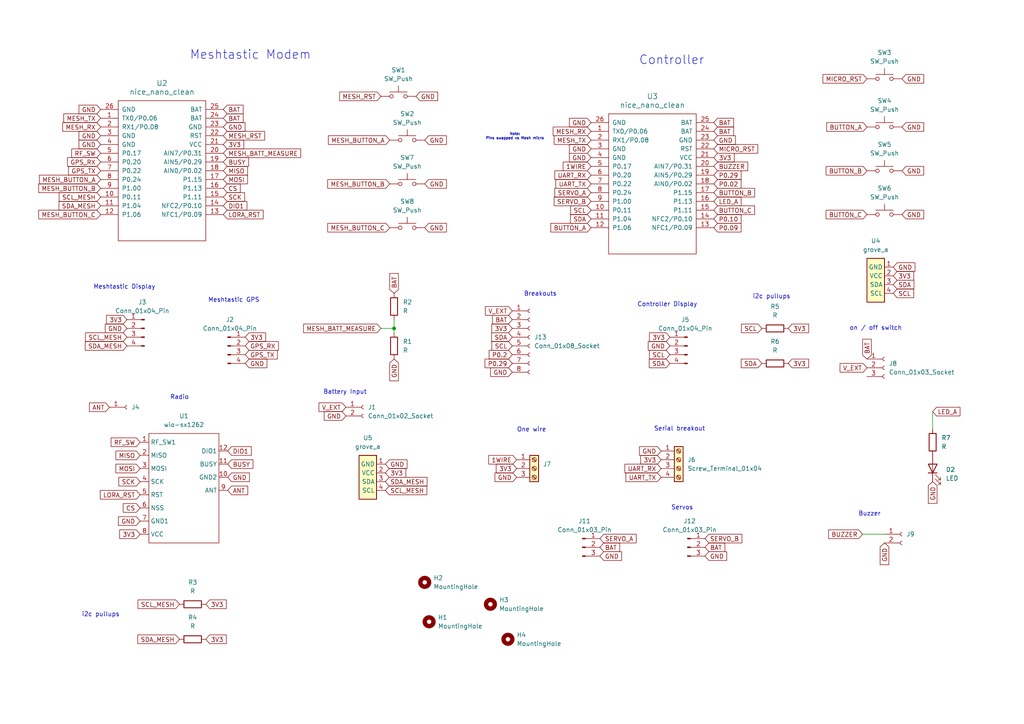
<source format=kicad_sch>
(kicad_sch (version 20231120) (generator "eeschema") (generator_version "8.0")
  (paper "A4")
  (lib_symbols
    (symbol "Connector:Conn_01x01_Socket" (pin_names (offset 1.016) hide)
      (property "Reference" "J" (at 0 2.54 0))
      (property "Value" "Conn_01x01_Socket" (at 0 -2.54 0))
      (symbol "Conn_01x01_Socket_1_1"
        (polyline (pts (xy -1.27 0) (xy -0.508 0)) (stroke (width 0.1524)))
        (arc (start 0 0.508) (mid -0.5058 0) (end 0 -0.508) (stroke (width 0.1524)))
        (pin passive line (at -5.08 0 0) (length 3.81) (name "Pin_1") (number "1"))
      )
    )
    (symbol "Connector:Conn_01x02_Socket" (pin_names (offset 1.016) hide)
      (property "Reference" "J" (at 0 2.54 0))
      (property "Value" "Conn_01x02_Socket" (at 0 -5.08 0))
      (symbol "Conn_01x02_Socket_1_1"
        (arc (start 0 -2.032) (mid -0.5058 -2.54) (end 0 -3.048) (stroke (width 0.1524)))
        (polyline (pts (xy -1.27 -2.54) (xy -0.508 -2.54)) (stroke (width 0.1524)))
        (polyline (pts (xy -1.27 0) (xy -0.508 0)) (stroke (width 0.1524)))
        (arc (start 0 0.508) (mid -0.5058 0) (end 0 -0.508) (stroke (width 0.1524)))
        (pin passive line (at -5.08 0 0) (length 3.81) (name "Pin_1") (number "1"))
        (pin passive line (at -5.08 -2.54 0) (length 3.81) (name "Pin_2") (number "2"))
      )
    )
    (symbol "Connector:Conn_01x03_Pin" (pin_names (offset 1.016) hide)
      (property "Reference" "J" (at 0 5.08 0))
      (property "Value" "Conn_01x03_Pin" (at 0 -5.08 0))
      (symbol "Conn_01x03_Pin_1_1"
        (polyline (pts (xy 1.27 -2.54) (xy 0.8636 -2.54)) (stroke (width 0.1524)))
        (polyline (pts (xy 1.27 0) (xy 0.8636 0)) (stroke (width 0.1524)))
        (polyline (pts (xy 1.27 2.54) (xy 0.8636 2.54)) (stroke (width 0.1524)))
        (rectangle (start 0.8636 -2.413) (end 0 -2.667) (stroke (width 0.1524)) (fill (type outline)))
        (rectangle (start 0.8636 0.127) (end 0 -0.127) (stroke (width 0.1524)) (fill (type outline)))
        (rectangle (start 0.8636 2.667) (end 0 2.413) (stroke (width 0.1524)) (fill (type outline)))
        (pin passive line (at 5.08 2.54 180) (length 3.81) (name "Pin_1") (number "1"))
        (pin passive line (at 5.08 0 180) (length 3.81) (name "Pin_2") (number "2"))
        (pin passive line (at 5.08 -2.54 180) (length 3.81) (name "Pin_3") (number "3"))
      )
    )
    (symbol "Connector:Conn_01x03_Socket" (pin_names (offset 1.016) hide)
      (property "Reference" "J" (at 0 5.08 0))
      (property "Value" "Conn_01x03_Socket" (at 0 -5.08 0))
      (symbol "Conn_01x03_Socket_1_1"
        (arc (start 0 -2.032) (mid -0.5058 -2.54) (end 0 -3.048) (stroke (width 0.1524)))
        (polyline (pts (xy -1.27 -2.54) (xy -0.508 -2.54)) (stroke (width 0.1524)))
        (polyline (pts (xy -1.27 0) (xy -0.508 0)) (stroke (width 0.1524)))
        (polyline (pts (xy -1.27 2.54) (xy -0.508 2.54)) (stroke (width 0.1524)))
        (arc (start 0 0.508) (mid -0.5058 0) (end 0 -0.508) (stroke (width 0.1524)))
        (arc (start 0 3.048) (mid -0.5058 2.54) (end 0 2.032) (stroke (width 0.1524)))
        (pin passive line (at -5.08 2.54 0) (length 3.81) (name "Pin_1") (number "1"))
        (pin passive line (at -5.08 0 0) (length 3.81) (name "Pin_2") (number "2"))
        (pin passive line (at -5.08 -2.54 0) (length 3.81) (name "Pin_3") (number "3"))
      )
    )
    (symbol "Connector:Conn_01x04_Pin" (pin_names (offset 1.016) hide)
      (property "Reference" "J" (at 0 5.08 0))
      (property "Value" "Conn_01x04_Pin" (at 0 -7.62 0))
      (symbol "Conn_01x04_Pin_1_1"
        (polyline (pts (xy 1.27 -5.08) (xy 0.8636 -5.08)) (stroke (width 0.1524)))
        (polyline (pts (xy 1.27 -2.54) (xy 0.8636 -2.54)) (stroke (width 0.1524)))
        (polyline (pts (xy 1.27 0) (xy 0.8636 0)) (stroke (width 0.1524)))
        (polyline (pts (xy 1.27 2.54) (xy 0.8636 2.54)) (stroke (width 0.1524)))
        (rectangle (start 0.8636 -4.953) (end 0 -5.207) (stroke (width 0.1524)) (fill (type outline)))
        (rectangle (start 0.8636 -2.413) (end 0 -2.667) (stroke (width 0.1524)) (fill (type outline)))
        (rectangle (start 0.8636 0.127) (end 0 -0.127) (stroke (width 0.1524)) (fill (type outline)))
        (rectangle (start 0.8636 2.667) (end 0 2.413) (stroke (width 0.1524)) (fill (type outline)))
        (pin passive line (at 5.08 2.54 180) (length 3.81) (name "Pin_1") (number "1"))
        (pin passive line (at 5.08 0 180) (length 3.81) (name "Pin_2") (number "2"))
        (pin passive line (at 5.08 -2.54 180) (length 3.81) (name "Pin_3") (number "3"))
        (pin passive line (at 5.08 -5.08 180) (length 3.81) (name "Pin_4") (number "4"))
      )
    )
    (symbol "Connector:Conn_01x08_Socket" (pin_names (offset 1.016) hide)
      (property "Reference" "J" (at 0 10.16 0))
      (property "Value" "Conn_01x08_Socket" (at 0 -12.7 0))
      (symbol "Conn_01x08_Socket_1_1"
        (arc (start 0 -9.652) (mid -0.5058 -10.16) (end 0 -10.668) (stroke (width 0.1524)))
        (arc (start 0 -7.112) (mid -0.5058 -7.62) (end 0 -8.128) (stroke (width 0.1524)))
        (arc (start 0 -4.572) (mid -0.5058 -5.08) (end 0 -5.588) (stroke (width 0.1524)))
        (arc (start 0 -2.032) (mid -0.5058 -2.54) (end 0 -3.048) (stroke (width 0.1524)))
        (polyline (pts (xy -1.27 -10.16) (xy -0.508 -10.16)) (stroke (width 0.1524)))
        (polyline (pts (xy -1.27 -7.62) (xy -0.508 -7.62)) (stroke (width 0.1524)))
        (polyline (pts (xy -1.27 -5.08) (xy -0.508 -5.08)) (stroke (width 0.1524)))
        (polyline (pts (xy -1.27 -2.54) (xy -0.508 -2.54)) (stroke (width 0.1524)))
        (polyline (pts (xy -1.27 0) (xy -0.508 0)) (stroke (width 0.1524)))
        (polyline (pts (xy -1.27 2.54) (xy -0.508 2.54)) (stroke (width 0.1524)))
        (polyline (pts (xy -1.27 5.08) (xy -0.508 5.08)) (stroke (width 0.1524)))
        (polyline (pts (xy -1.27 7.62) (xy -0.508 7.62)) (stroke (width 0.1524)))
        (arc (start 0 0.508) (mid -0.5058 0) (end 0 -0.508) (stroke (width 0.1524)))
        (arc (start 0 3.048) (mid -0.5058 2.54) (end 0 2.032) (stroke (width 0.1524)))
        (arc (start 0 5.588) (mid -0.5058 5.08) (end 0 4.572) (stroke (width 0.1524)))
        (arc (start 0 8.128) (mid -0.5058 7.62) (end 0 7.112) (stroke (width 0.1524)))
        (pin passive line (at -5.08 7.62 0) (length 3.81) (name "Pin_1") (number "1"))
        (pin passive line (at -5.08 5.08 0) (length 3.81) (name "Pin_2") (number "2"))
        (pin passive line (at -5.08 2.54 0) (length 3.81) (name "Pin_3") (number "3"))
        (pin passive line (at -5.08 0 0) (length 3.81) (name "Pin_4") (number "4"))
        (pin passive line (at -5.08 -2.54 0) (length 3.81) (name "Pin_5") (number "5"))
        (pin passive line (at -5.08 -5.08 0) (length 3.81) (name "Pin_6") (number "6"))
        (pin passive line (at -5.08 -7.62 0) (length 3.81) (name "Pin_7") (number "7"))
        (pin passive line (at -5.08 -10.16 0) (length 3.81) (name "Pin_8") (number "8"))
      )
    )
    (symbol "Connector:Screw_Terminal_01x03" (pin_names (offset 1.016) hide)
      (property "Reference" "J" (at 0 5.08 0))
      (property "Value" "Screw_Terminal_01x03" (at 0 -5.08 0))
      (symbol "Screw_Terminal_01x03_1_1"
        (rectangle (start -1.27 3.81) (end 1.27 -3.81) (stroke (width 0.254)) (fill (type background)))
        (circle (center 0 -2.54) (radius 0.635) (stroke (width 0.1524)))
        (polyline (pts (xy -0.5334 -2.2098) (xy 0.3302 -3.048)) (stroke (width 0.1524)))
        (polyline (pts (xy -0.5334 0.3302) (xy 0.3302 -0.508)) (stroke (width 0.1524)))
        (polyline (pts (xy -0.5334 2.8702) (xy 0.3302 2.032)) (stroke (width 0.1524)))
        (polyline (pts (xy -0.3556 -2.032) (xy 0.508 -2.8702)) (stroke (width 0.1524)))
        (polyline (pts (xy -0.3556 0.508) (xy 0.508 -0.3302)) (stroke (width 0.1524)))
        (polyline (pts (xy -0.3556 3.048) (xy 0.508 2.2098)) (stroke (width 0.1524)))
        (circle (center 0 0) (radius 0.635) (stroke (width 0.1524)))
        (circle (center 0 2.54) (radius 0.635) (stroke (width 0.1524)))
        (pin passive line (at -5.08 2.54 0) (length 3.81) (name "Pin_1") (number "1"))
        (pin passive line (at -5.08 0 0) (length 3.81) (name "Pin_2") (number "2"))
        (pin passive line (at -5.08 -2.54 0) (length 3.81) (name "Pin_3") (number "3"))
      )
    )
    (symbol "Connector:Screw_Terminal_01x04" (pin_names (offset 1.016) hide)
      (property "Reference" "J" (at 0 5.08 0))
      (property "Value" "Screw_Terminal_01x04" (at 0 -7.62 0))
      (symbol "Screw_Terminal_01x04_1_1"
        (rectangle (start -1.27 3.81) (end 1.27 -6.35) (stroke (width 0.254)) (fill (type background)))
        (circle (center 0 -5.08) (radius 0.635) (stroke (width 0.1524)))
        (circle (center 0 -2.54) (radius 0.635) (stroke (width 0.1524)))
        (polyline (pts (xy -0.5334 -4.7498) (xy 0.3302 -5.588)) (stroke (width 0.1524)))
        (polyline (pts (xy -0.5334 -2.2098) (xy 0.3302 -3.048)) (stroke (width 0.1524)))
        (polyline (pts (xy -0.5334 0.3302) (xy 0.3302 -0.508)) (stroke (width 0.1524)))
        (polyline (pts (xy -0.5334 2.8702) (xy 0.3302 2.032)) (stroke (width 0.1524)))
        (polyline (pts (xy -0.3556 -4.572) (xy 0.508 -5.4102)) (stroke (width 0.1524)))
        (polyline (pts (xy -0.3556 -2.032) (xy 0.508 -2.8702)) (stroke (width 0.1524)))
        (polyline (pts (xy -0.3556 0.508) (xy 0.508 -0.3302)) (stroke (width 0.1524)))
        (polyline (pts (xy -0.3556 3.048) (xy 0.508 2.2098)) (stroke (width 0.1524)))
        (circle (center 0 0) (radius 0.635) (stroke (width 0.1524)))
        (circle (center 0 2.54) (radius 0.635) (stroke (width 0.1524)))
        (pin passive line (at -5.08 2.54 0) (length 3.81) (name "Pin_1") (number "1"))
        (pin passive line (at -5.08 0 0) (length 3.81) (name "Pin_2") (number "2"))
        (pin passive line (at -5.08 -2.54 0) (length 3.81) (name "Pin_3") (number "3"))
        (pin passive line (at -5.08 -5.08 0) (length 3.81) (name "Pin_4") (number "4"))
      )
    )
    (symbol "Device:LED" (pin_numbers hide) (pin_names (offset 1.016) hide)
      (property "Reference" "D" (at 0 2.54 0))
      (property "Value" "LED" (at 0 -2.54 0))
      (symbol "LED_0_1"
        (polyline (pts (xy -1.27 -1.27) (xy -1.27 1.27)) (stroke (width 0.254)))
        (polyline (pts (xy -1.27 0) (xy 1.27 0)))
        (polyline (pts (xy 1.27 -1.27) (xy 1.27 1.27) (xy -1.27 0) (xy 1.27 -1.27)) (stroke (width 0.254)))
        (polyline (pts (xy -3.048 -0.762) (xy -4.572 -2.286) (xy -3.81 -2.286) (xy -4.572 -2.286) (xy -4.572 -1.524)))
        (polyline (pts (xy -1.778 -0.762) (xy -3.302 -2.286) (xy -2.54 -2.286) (xy -3.302 -2.286) (xy -3.302 -1.524)))
      )
      (symbol "LED_1_1"
        (pin passive line (at -3.81 0 0) (length 2.54) (name "K") (number "1"))
        (pin passive line (at 3.81 0 180) (length 2.54) (name "A") (number "2"))
      )
    )
    (symbol "Device:R" (pin_numbers hide) (pin_names (offset 0))
      (property "Reference" "R" (at 2.032 0 90))
      (property "Value" "R" (at 0 0 90))
      (symbol "R_0_1"
        (rectangle (start -1.016 -2.54) (end 1.016 2.54) (stroke (width 0.254)))
      )
      (symbol "R_1_1"
        (pin passive line (at 0 3.81 270) (length 1.27) (name "~") (number "1"))
        (pin passive line (at 0 -3.81 90) (length 1.27) (name "~") (number "2"))
      )
    )
    (symbol "Mechanical:MountingHole" (pin_names (offset 1.016)) (exclude_from_sim yes) (in_bom no)
      (property "Reference" "H" (at 0 5.08 0))
      (property "Value" "MountingHole" (at 0 3.175 0))
      (symbol "MountingHole_0_1"
        (circle (center 0 0) (radius 1.27) (stroke (width 1.27)))
      )
    )
    (symbol "Switch:SW_Push" (pin_numbers hide) (pin_names (offset 1.016) hide)
      (property "Reference" "SW" (at 1.27 2.54 0))
      (property "Value" "SW_Push" (at 0 -1.524 0))
      (symbol "SW_Push_0_1"
        (circle (center -2.032 0) (radius 0.508))
        (polyline (pts (xy 0 1.27) (xy 0 3.048)))
        (polyline (pts (xy 2.54 1.27) (xy -2.54 1.27)))
        (circle (center 2.032 0) (radius 0.508))
        (pin passive line (at -5.08 0 0) (length 2.54) (name "1") (number "1"))
        (pin passive line (at 5.08 0 180) (length 2.54) (name "2") (number "2"))
      )
    )
    (symbol "lucc:grove_a"
      (property "Reference" "U" (at -10.16 10.16 0))
      (property "Value" "grove_a" (at -4.064 11.43 0))
      (symbol "grove_a_0_1"
        (rectangle (start -2.54 7.62) (end 2.54 -5.08) (stroke (width 0.254)) (fill (type background)))
      )
      (symbol "grove_a_1_1"
        (pin bidirectional line (at 5.08 5.08 180) (length 2.54) (name "GND") (number "1"))
        (pin output line (at 5.08 2.54 180) (length 2.54) (name "VCC") (number "2"))
        (pin input line (at 5.08 0 180) (length 2.54) (name "SDA") (number "3"))
        (pin bidirectional line (at 5.08 -2.54 180) (length 2.54) (name "SCL") (number "4"))
      )
    )
    (symbol "nice_nano:nice_nano_clean" (pin_names (offset 1.016))
      (property "Reference" "U" (at 0 0 0))
      (property "Value" "nice_nano_clean" (at 0 2.54 0))
      (symbol "nice_nano_clean_0_1"
        (rectangle (start -12.7 -21.59) (end 12.7 19.05))
      )
      (symbol "nice_nano_clean_1_1"
        (pin input line (at -17.78 13.97 0) (length 5.08) (name "TX0/P0.06") (number "1"))
        (pin input line (at -17.78 -8.89 0) (length 5.08) (name "P0.11") (number "10"))
        (pin input line (at -17.78 -11.43 0) (length 5.08) (name "P1.04") (number "11"))
        (pin input line (at -17.78 -13.97 0) (length 5.08) (name "P1.06") (number "12"))
        (pin input line (at 17.78 -13.97 180) (length 5.08) (name "NFC1/P0.09") (number "13"))
        (pin input line (at 17.78 -11.43 180) (length 5.08) (name "NFC2/P0.10") (number "14"))
        (pin input line (at 17.78 -8.89 180) (length 5.08) (name "P1.11") (number "15"))
        (pin input line (at 17.78 -6.35 180) (length 5.08) (name "P1.13") (number "16"))
        (pin input line (at 17.78 -3.81 180) (length 5.08) (name "P1.15") (number "17"))
        (pin input line (at 17.78 -1.27 180) (length 5.08) (name "AIN0/P0.02") (number "18"))
        (pin input line (at 17.78 1.27 180) (length 5.08) (name "AIN5/P0.29") (number "19"))
        (pin input line (at -17.78 11.43 0) (length 5.08) (name "RX1/P0.08") (number "2"))
        (pin input line (at 17.78 3.81 180) (length 5.08) (name "AIN7/P0.31") (number "20"))
        (pin input line (at 17.78 6.35 180) (length 5.08) (name "VCC") (number "21"))
        (pin input line (at 17.78 8.89 180) (length 5.08) (name "RST") (number "22"))
        (pin input line (at 17.78 11.43 180) (length 5.08) (name "GND") (number "23"))
        (pin input line (at 17.78 13.97 180) (length 5.08) (name "BAT") (number "24"))
        (pin input line (at 17.78 16.51 180) (length 5.08) (name "BAT") (number "25"))
        (pin input line (at -17.78 16.51 0) (length 5.08) (name "GND") (number "26"))
        (pin input line (at -17.78 8.89 0) (length 5.08) (name "GND") (number "3"))
        (pin input line (at -17.78 6.35 0) (length 5.08) (name "GND") (number "4"))
        (pin input line (at -17.78 3.81 0) (length 5.08) (name "P0.17") (number "5"))
        (pin input line (at -17.78 1.27 0) (length 5.08) (name "P0.20") (number "6"))
        (pin input line (at -17.78 -1.27 0) (length 5.08) (name "P0.22") (number "7"))
        (pin input line (at -17.78 -3.81 0) (length 5.08) (name "P0.24") (number "8"))
        (pin input line (at -17.78 -6.35 0) (length 5.08) (name "P1.00") (number "9"))
      )
    )
    (symbol "sweet-p:wio-sx1262"
      (property "Reference" "U" (at -1.27 13.97 0))
      (property "Value" "wio-sx1262" (at -1.27 11.43 0))
      (symbol "wio-sx1262_0_1"
        (rectangle (start -6.35 8.89) (end 13.97 -22.86))
      )
      (symbol "wio-sx1262_1_1"
        (pin input line (at -8.89 6.35 0) (length 2.54) (name "RF_SW1") (number "1"))
        (pin input line (at 16.51 -3.81 180) (length 2.54) (name "GND2") (number "10"))
        (pin input line (at 16.51 0 180) (length 2.54) (name "BUSY") (number "11"))
        (pin input line (at 16.51 3.81 180) (length 2.54) (name "DIO1") (number "12"))
        (pin input line (at -8.89 2.54 0) (length 2.54) (name "MISO") (number "2"))
        (pin input line (at -8.89 -1.27 0) (length 2.54) (name "MOSI") (number "3"))
        (pin input line (at -8.89 -5.08 0) (length 2.54) (name "SCK") (number "4"))
        (pin input line (at -8.89 -8.89 0) (length 2.54) (name "RST") (number "5"))
        (pin input line (at -8.89 -12.7 0) (length 2.54) (name "NSS") (number "6"))
        (pin input line (at -8.89 -16.51 0) (length 2.54) (name "GND1") (number "7"))
        (pin input line (at -8.89 -20.32 0) (length 2.54) (name "VCC") (number "8"))
        (pin input line (at 16.51 -7.62 180) (length 2.54) (name "ANT") (number "9"))
      )
    )
  )
  (junction (at 114.3 95.25))
  (wire (pts (xy 114.3 95.25) (xy 114.3 96.52)))
  (wire (pts (xy 110.49 95.25) (xy 114.3 95.25)))
  (wire (pts (xy 250.19 154.94) (xy 256.54 154.94)))
  (wire (pts (xy 114.3 92.71) (xy 114.3 95.25)))
  (wire (pts (xy 270.51 119.38) (xy 270.51 124.46)))
  (text "Note:\nPins swapped vs Mesh micro" (at 149.352 39.624 0) (effects (font (size 0.762 0.762))))
  (text "Meshtastic GPS" (at 67.818 87.122 0) (effects (font (size 1.27 1.27))))
  (text "Controller Display" (at 193.548 88.392 0) (effects (font (size 1.27 1.27))))
  (text "Meshtastic Modem" (at 72.644 16.002 0) (effects (font (size 2.54 2.54))))
  (text "Serial breakout" (at 197.104 124.46 0) (effects (font (size 1.27 1.27))))
  (text "Buzzer" (at 252.222 149.098 0) (effects (font (size 1.27 1.27))))
  (text "Controller" (at 194.818 17.526 0) (effects (font (size 2.54 2.54))))
  (text "on / off switch" (at 254 95.25 0) (effects (font (size 1.27 1.27))))
  (text "One wire" (at 154.178 124.714 0) (effects (font (size 1.27 1.27))))
  (text "Breakouts" (at 156.718 85.344 0) (effects (font (size 1.27 1.27))))
  (text "i2c pullups" (at 223.774 86.106 0) (effects (font (size 1.27 1.27))))
  (text "i2c pullups" (at 29.21 178.308 0) (effects (font (size 1.27 1.27))))
  (text "Meshtastic Display" (at 36.068 83.312 0) (effects (font (size 1.27 1.27))))
  (text "Radio" (at 52.07 115.316 0) (effects (font (size 1.27 1.27))))
  (text "Battery Input" (at 100.076 113.792 0) (effects (font (size 1.27 1.27))))
  (text "Servos" (at 197.866 147.32 0) (effects (font (size 1.27 1.27))))
  (global_label "SCL" (shape input) (at 194.31 102.87 180) (property "Intersheetrefs" "${INTERSHEET_REFS}" (effects (hide yes))))
  (global_label "UART_RX" (shape input) (at 171.45 50.8 180) (property "Intersheetrefs" "${INTERSHEET_REFS}" (effects (hide yes))))
  (global_label "GND" (shape input) (at 123.19 40.64 0) (property "Intersheetrefs" "${INTERSHEET_REFS}" (effects (hide yes))))
  (global_label "UART_TX" (shape input) (at 171.45 53.34 180) (property "Intersheetrefs" "${INTERSHEET_REFS}" (effects (hide yes))))
  (global_label "SCL_MESH" (shape input) (at 111.76 142.24 0) (property "Intersheetrefs" "${INTERSHEET_REFS}" (effects (hide yes))))
  (global_label "GPS_RX" (shape input) (at 29.21 46.99 180) (property "Intersheetrefs" "${INTERSHEET_REFS}" (effects (hide yes))))
  (global_label "GND" (shape input) (at 259.08 77.47 0) (property "Intersheetrefs" "${INTERSHEET_REFS}" (effects (hide yes))))
  (global_label "GND" (shape input) (at 261.62 49.53 0) (property "Intersheetrefs" "${INTERSHEET_REFS}" (effects (hide yes))))
  (global_label "BUTTON_C" (shape input) (at 251.46 62.23 180) (property "Intersheetrefs" "${INTERSHEET_REFS}" (effects (hide yes))))
  (global_label "SDA_MESH" (shape input) (at 36.83 100.33 180) (property "Intersheetrefs" "${INTERSHEET_REFS}" (effects (hide yes))))
  (global_label "GND" (shape input) (at 100.33 120.65 180) (property "Intersheetrefs" "${INTERSHEET_REFS}" (effects (hide yes))))
  (global_label "MESH_BUTTON_A" (shape input) (at 113.03 40.64 180) (property "Intersheetrefs" "${INTERSHEET_REFS}" (effects (hide yes))))
  (global_label "GND" (shape input) (at 207.01 40.64 0) (property "Intersheetrefs" "${INTERSHEET_REFS}" (effects (hide yes))))
  (global_label "MESH_BUTTON_C" (shape input) (at 29.21 62.23 180) (property "Intersheetrefs" "${INTERSHEET_REFS}" (effects (hide yes))))
  (global_label "GND" (shape input) (at 29.21 39.37 180) (property "Intersheetrefs" "${INTERSHEET_REFS}" (effects (hide yes))))
  (global_label "MESH_RST" (shape input) (at 110.49 27.94 180) (property "Intersheetrefs" "${INTERSHEET_REFS}" (effects (hide yes))))
  (global_label "BAT" (shape input) (at 251.46 104.14 90) (property "Intersheetrefs" "${INTERSHEET_REFS}" (effects (hide yes))))
  (global_label "BAT" (shape input) (at 207.01 35.56 0) (property "Intersheetrefs" "${INTERSHEET_REFS}" (effects (hide yes))))
  (global_label "SDA" (shape input) (at 220.98 105.41 180) (property "Intersheetrefs" "${INTERSHEET_REFS}" (effects (hide yes))))
  (global_label "GND" (shape input) (at 120.65 27.94 0) (property "Intersheetrefs" "${INTERSHEET_REFS}" (effects (hide yes))))
  (global_label "GND" (shape input) (at 173.99 161.29 0) (property "Intersheetrefs" "${INTERSHEET_REFS}" (effects (hide yes))))
  (global_label "ANT" (shape input) (at 31.75 118.11 180) (property "Intersheetrefs" "${INTERSHEET_REFS}" (effects (hide yes))))
  (global_label "BUZZER" (shape input) (at 207.01 48.26 0) (property "Intersheetrefs" "${INTERSHEET_REFS}" (effects (hide yes))))
  (global_label "BUSY" (shape input) (at 64.77 46.99 0) (property "Intersheetrefs" "${INTERSHEET_REFS}" (effects (hide yes))))
  (global_label "GPS_RX" (shape input) (at 71.12 100.33 0) (property "Intersheetrefs" "${INTERSHEET_REFS}" (effects (hide yes))))
  (global_label "P0.02" (shape input) (at 207.01 53.34 0) (property "Intersheetrefs" "${INTERSHEET_REFS}" (effects (hide yes))))
  (global_label "P0.10" (shape input) (at 207.01 63.5 0) (property "Intersheetrefs" "${INTERSHEET_REFS}" (effects (hide yes))))
  (global_label "GPS_TX" (shape input) (at 71.12 102.87 0) (property "Intersheetrefs" "${INTERSHEET_REFS}" (effects (hide yes))))
  (global_label "RF_SW" (shape input) (at 40.64 128.27 180) (property "Intersheetrefs" "${INTERSHEET_REFS}" (effects (hide yes))))
  (global_label "GND" (shape input) (at 149.86 138.43 180) (property "Intersheetrefs" "${INTERSHEET_REFS}" (effects (hide yes))))
  (global_label "GND" (shape input) (at 194.31 100.33 180) (property "Intersheetrefs" "${INTERSHEET_REFS}" (effects (hide yes))))
  (global_label "BUSY" (shape input) (at 66.04 134.62 0) (property "Intersheetrefs" "${INTERSHEET_REFS}" (effects (hide yes))))
  (global_label "SCL_MESH" (shape input) (at 36.83 97.79 180) (property "Intersheetrefs" "${INTERSHEET_REFS}" (effects (hide yes))))
  (global_label "MESH_BUTTON_B" (shape input) (at 113.03 53.34 180) (property "Intersheetrefs" "${INTERSHEET_REFS}" (effects (hide yes))))
  (global_label "GND" (shape input) (at 29.21 41.91 180) (property "Intersheetrefs" "${INTERSHEET_REFS}" (effects (hide yes))))
  (global_label "3V3" (shape input) (at 71.12 97.79 0) (property "Intersheetrefs" "${INTERSHEET_REFS}" (effects (hide yes))))
  (global_label "BUTTON_B" (shape input) (at 251.46 49.53 180) (property "Intersheetrefs" "${INTERSHEET_REFS}" (effects (hide yes))))
  (global_label "UART_RX" (shape input) (at 191.77 135.89 180) (property "Intersheetrefs" "${INTERSHEET_REFS}" (effects (hide yes))))
  (global_label "RF_SW" (shape input) (at 29.21 44.45 180) (property "Intersheetrefs" "${INTERSHEET_REFS}" (effects (hide yes))))
  (global_label "ANT" (shape input) (at 66.04 142.24 0) (property "Intersheetrefs" "${INTERSHEET_REFS}" (effects (hide yes))))
  (global_label "LORA_RST" (shape input) (at 40.64 143.51 180) (property "Intersheetrefs" "${INTERSHEET_REFS}" (effects (hide yes))))
  (global_label "GND" (shape input) (at 270.51 139.7 270) (property "Intersheetrefs" "${INTERSHEET_REFS}" (effects (hide yes))))
  (global_label "LED_A" (shape input) (at 207.01 58.42 0) (property "Intersheetrefs" "${INTERSHEET_REFS}" (effects (hide yes))))
  (global_label "GND" (shape input) (at 64.77 36.83 0) (property "Intersheetrefs" "${INTERSHEET_REFS}" (effects (hide yes))))
  (global_label "GND" (shape input) (at 171.45 43.18 180) (property "Intersheetrefs" "${INTERSHEET_REFS}" (effects (hide yes))))
  (global_label "3V3" (shape input) (at 40.64 154.94 180) (property "Intersheetrefs" "${INTERSHEET_REFS}" (effects (hide yes))))
  (global_label "SDA_MESH" (shape input) (at 29.21 59.69 180) (property "Intersheetrefs" "${INTERSHEET_REFS}" (effects (hide yes))))
  (global_label "3V3" (shape input) (at 36.83 92.71 180) (property "Intersheetrefs" "${INTERSHEET_REFS}" (effects (hide yes))))
  (global_label "GND" (shape input) (at 111.76 134.62 0) (property "Intersheetrefs" "${INTERSHEET_REFS}" (effects (hide yes))))
  (global_label "GND" (shape input) (at 71.12 105.41 0) (property "Intersheetrefs" "${INTERSHEET_REFS}" (effects (hide yes))))
  (global_label "BAT" (shape input) (at 64.77 34.29 0) (property "Intersheetrefs" "${INTERSHEET_REFS}" (effects (hide yes))))
  (global_label "1WIRE" (shape input) (at 171.45 48.26 180) (property "Intersheetrefs" "${INTERSHEET_REFS}" (effects (hide yes))))
  (global_label "3V3" (shape input) (at 194.31 97.79 180) (property "Intersheetrefs" "${INTERSHEET_REFS}" (effects (hide yes))))
  (global_label "MESH_RX" (shape input) (at 171.45 38.1 180) (property "Intersheetrefs" "${INTERSHEET_REFS}" (effects (hide yes))))
  (global_label "GND" (shape input) (at 40.64 151.13 180) (property "Intersheetrefs" "${INTERSHEET_REFS}" (effects (hide yes))))
  (global_label "BUTTON_B" (shape input) (at 207.01 55.88 0) (property "Intersheetrefs" "${INTERSHEET_REFS}" (effects (hide yes))))
  (global_label "MESH_RX" (shape input) (at 29.21 36.83 180) (property "Intersheetrefs" "${INTERSHEET_REFS}" (effects (hide yes))))
  (global_label "MOSI" (shape input) (at 40.64 135.89 180) (property "Intersheetrefs" "${INTERSHEET_REFS}" (effects (hide yes))))
  (global_label "MESH_RST" (shape input) (at 64.77 39.37 0) (property "Intersheetrefs" "${INTERSHEET_REFS}" (effects (hide yes))))
  (global_label "BUTTON_C" (shape input) (at 207.01 60.96 0) (property "Intersheetrefs" "${INTERSHEET_REFS}" (effects (hide yes))))
  (global_label "GND" (shape input) (at 261.62 62.23 0) (property "Intersheetrefs" "${INTERSHEET_REFS}" (effects (hide yes))))
  (global_label "MOSI" (shape input) (at 64.77 52.07 0) (property "Intersheetrefs" "${INTERSHEET_REFS}" (effects (hide yes))))
  (global_label "CS" (shape input) (at 64.77 54.61 0) (property "Intersheetrefs" "${INTERSHEET_REFS}" (effects (hide yes))))
  (global_label "GND" (shape input) (at 171.45 45.72 180) (property "Intersheetrefs" "${INTERSHEET_REFS}" (effects (hide yes))))
  (global_label "SCL" (shape input) (at 148.59 100.33 180) (property "Intersheetrefs" "${INTERSHEET_REFS}" (effects (hide yes))))
  (global_label "GND" (shape input) (at 36.83 95.25 180) (property "Intersheetrefs" "${INTERSHEET_REFS}" (effects (hide yes))))
  (global_label "GND" (shape input) (at 123.19 66.04 0) (property "Intersheetrefs" "${INTERSHEET_REFS}" (effects (hide yes))))
  (global_label "V_EXT" (shape input) (at 251.46 106.68 180) (property "Intersheetrefs" "${INTERSHEET_REFS}" (effects (hide yes))))
  (global_label "SCK" (shape input) (at 64.77 57.15 0) (property "Intersheetrefs" "${INTERSHEET_REFS}" (effects (hide yes))))
  (global_label "3V3" (shape input) (at 207.01 45.72 0) (property "Intersheetrefs" "${INTERSHEET_REFS}" (effects (hide yes))))
  (global_label "SERVO_B" (shape input) (at 204.47 156.21 0) (property "Intersheetrefs" "${INTERSHEET_REFS}" (effects (hide yes))))
  (global_label "GND" (shape input) (at 204.47 161.29 0) (property "Intersheetrefs" "${INTERSHEET_REFS}" (effects (hide yes))))
  (global_label "SCL" (shape input) (at 259.08 85.09 0) (property "Intersheetrefs" "${INTERSHEET_REFS}" (effects (hide yes))))
  (global_label "MESH_BATT_MEASURE" (shape input) (at 110.49 95.25 180) (property "Intersheetrefs" "${INTERSHEET_REFS}" (effects (hide yes))))
  (global_label "MESH_BUTTON_B" (shape input) (at 29.21 54.61 180) (property "Intersheetrefs" "${INTERSHEET_REFS}" (effects (hide yes))))
  (global_label "BAT" (shape input) (at 64.77 31.75 0) (property "Intersheetrefs" "${INTERSHEET_REFS}" (effects (hide yes))))
  (global_label "3V3" (shape input) (at 111.76 137.16 0) (property "Intersheetrefs" "${INTERSHEET_REFS}" (effects (hide yes))))
  (global_label "MESH_BUTTON_C" (shape input) (at 113.03 66.04 180) (property "Intersheetrefs" "${INTERSHEET_REFS}" (effects (hide yes))))
  (global_label "GND" (shape input) (at 114.3 104.14 270) (property "Intersheetrefs" "${INTERSHEET_REFS}" (effects (hide yes))))
  (global_label "GND" (shape input) (at 66.04 138.43 0) (property "Intersheetrefs" "${INTERSHEET_REFS}" (effects (hide yes))))
  (global_label "GND" (shape input) (at 261.62 22.86 0) (property "Intersheetrefs" "${INTERSHEET_REFS}" (effects (hide yes))))
  (global_label "3V3" (shape input) (at 59.69 185.42 0) (property "Intersheetrefs" "${INTERSHEET_REFS}" (effects (hide yes))))
  (global_label "BAT" (shape input) (at 204.47 158.75 0) (property "Intersheetrefs" "${INTERSHEET_REFS}" (effects (hide yes))))
  (global_label "GND" (shape input) (at 256.54 157.48 270) (property "Intersheetrefs" "${INTERSHEET_REFS}" (effects (hide yes))))
  (global_label "MESH_TX" (shape input) (at 171.45 40.64 180) (property "Intersheetrefs" "${INTERSHEET_REFS}" (effects (hide yes))))
  (global_label "MICRO_RST" (shape input) (at 251.46 22.86 180) (property "Intersheetrefs" "${INTERSHEET_REFS}" (effects (hide yes))))
  (global_label "DIO1" (shape input) (at 64.77 59.69 0) (property "Intersheetrefs" "${INTERSHEET_REFS}" (effects (hide yes))))
  (global_label "SERVO_B" (shape input) (at 171.45 58.42 180) (property "Intersheetrefs" "${INTERSHEET_REFS}" (effects (hide yes))))
  (global_label "3V3" (shape input) (at 191.77 133.35 180) (property "Intersheetrefs" "${INTERSHEET_REFS}" (effects (hide yes))))
  (global_label "UART_TX" (shape input) (at 191.77 138.43 180) (property "Intersheetrefs" "${INTERSHEET_REFS}" (effects (hide yes))))
  (global_label "CS" (shape input) (at 40.64 147.32 180) (property "Intersheetrefs" "${INTERSHEET_REFS}" (effects (hide yes))))
  (global_label "GND" (shape input) (at 123.19 53.34 0) (property "Intersheetrefs" "${INTERSHEET_REFS}" (effects (hide yes))))
  (global_label "GPS_TX" (shape input) (at 29.21 49.53 180) (property "Intersheetrefs" "${INTERSHEET_REFS}" (effects (hide yes))))
  (global_label "GND" (shape input) (at 171.45 35.56 180) (property "Intersheetrefs" "${INTERSHEET_REFS}" (effects (hide yes))))
  (global_label "MESH_BATT_MEASURE" (shape input) (at 64.77 44.45 0) (property "Intersheetrefs" "${INTERSHEET_REFS}" (effects (hide yes))))
  (global_label "1WIRE" (shape input) (at 149.86 133.35 180) (property "Intersheetrefs" "${INTERSHEET_REFS}" (effects (hide yes))))
  (global_label "MISO" (shape input) (at 64.77 49.53 0) (property "Intersheetrefs" "${INTERSHEET_REFS}" (effects (hide yes))))
  (global_label "GND" (shape input) (at 261.62 36.83 0) (property "Intersheetrefs" "${INTERSHEET_REFS}" (effects (hide yes))))
  (global_label "P0.2" (shape input) (at 148.59 102.87 180) (property "Intersheetrefs" "${INTERSHEET_REFS}" (effects (hide yes))))
  (global_label "V_EXT" (shape input) (at 148.59 90.17 180) (property "Intersheetrefs" "${INTERSHEET_REFS}" (effects (hide yes))))
  (global_label "3V3" (shape input) (at 64.77 41.91 0) (property "Intersheetrefs" "${INTERSHEET_REFS}" (effects (hide yes))))
  (global_label "SERVO_A" (shape input) (at 171.45 55.88 180) (property "Intersheetrefs" "${INTERSHEET_REFS}" (effects (hide yes))))
  (global_label "SDA_MESH" (shape input) (at 52.07 185.42 180) (property "Intersheetrefs" "${INTERSHEET_REFS}" (effects (hide yes))))
  (global_label "SCK" (shape input) (at 40.64 139.7 180) (property "Intersheetrefs" "${INTERSHEET_REFS}" (effects (hide yes))))
  (global_label "BUZZER" (shape input) (at 250.19 154.94 180) (property "Intersheetrefs" "${INTERSHEET_REFS}" (effects (hide yes))))
  (global_label "MESH_TX" (shape input) (at 29.21 34.29 180) (property "Intersheetrefs" "${INTERSHEET_REFS}" (effects (hide yes))))
  (global_label "SCL" (shape input) (at 220.98 95.25 180) (property "Intersheetrefs" "${INTERSHEET_REFS}" (effects (hide yes))))
  (global_label "3V3" (shape input) (at 148.59 95.25 180) (property "Intersheetrefs" "${INTERSHEET_REFS}" (effects (hide yes))))
  (global_label "SCL_MESH" (shape input) (at 52.07 175.26 180) (property "Intersheetrefs" "${INTERSHEET_REFS}" (effects (hide yes))))
  (global_label "SDA" (shape input) (at 194.31 105.41 180) (property "Intersheetrefs" "${INTERSHEET_REFS}" (effects (hide yes))))
  (global_label "MISO" (shape input) (at 40.64 132.08 180) (property "Intersheetrefs" "${INTERSHEET_REFS}" (effects (hide yes))))
  (global_label "GND" (shape input) (at 148.59 107.95 180) (property "Intersheetrefs" "${INTERSHEET_REFS}" (effects (hide yes))))
  (global_label "SCL_MESH" (shape input) (at 29.21 57.15 180) (property "Intersheetrefs" "${INTERSHEET_REFS}" (effects (hide yes))))
  (global_label "SERVO_A" (shape input) (at 173.99 156.21 0) (property "Intersheetrefs" "${INTERSHEET_REFS}" (effects (hide yes))))
  (global_label "SDA_MESH" (shape input) (at 111.76 139.7 0) (property "Intersheetrefs" "${INTERSHEET_REFS}" (effects (hide yes))))
  (global_label "GND" (shape input) (at 29.21 31.75 180) (property "Intersheetrefs" "${INTERSHEET_REFS}" (effects (hide yes))))
  (global_label "3V3" (shape input) (at 59.69 175.26 0) (property "Intersheetrefs" "${INTERSHEET_REFS}" (effects (hide yes))))
  (global_label "BAT" (shape input) (at 173.99 158.75 0) (property "Intersheetrefs" "${INTERSHEET_REFS}" (effects (hide yes))))
  (global_label "BUTTON_A" (shape input) (at 251.46 36.83 180) (property "Intersheetrefs" "${INTERSHEET_REFS}" (effects (hide yes))))
  (global_label "LORA_RST" (shape input) (at 64.77 62.23 0) (property "Intersheetrefs" "${INTERSHEET_REFS}" (effects (hide yes))))
  (global_label "SDA" (shape input) (at 259.08 82.55 0) (property "Intersheetrefs" "${INTERSHEET_REFS}" (effects (hide yes))))
  (global_label "V_EXT" (shape input) (at 100.33 118.11 180) (property "Intersheetrefs" "${INTERSHEET_REFS}" (effects (hide yes))))
  (global_label "GND" (shape input) (at 191.77 130.81 180) (property "Intersheetrefs" "${INTERSHEET_REFS}" (effects (hide yes))))
  (global_label "LED_A" (shape input) (at 270.51 119.38 0) (property "Intersheetrefs" "${INTERSHEET_REFS}" (effects (hide yes))))
  (global_label "3V3" (shape input) (at 259.08 80.01 0) (property "Intersheetrefs" "${INTERSHEET_REFS}" (effects (hide yes))))
  (global_label "3V3" (shape input) (at 228.6 95.25 0) (property "Intersheetrefs" "${INTERSHEET_REFS}" (effects (hide yes))))
  (global_label "SDA" (shape input) (at 171.45 63.5 180) (property "Intersheetrefs" "${INTERSHEET_REFS}" (effects (hide yes))))
  (global_label "SDA" (shape input) (at 148.59 97.79 180) (property "Intersheetrefs" "${INTERSHEET_REFS}" (effects (hide yes))))
  (global_label "BAT" (shape input) (at 148.59 92.71 180) (property "Intersheetrefs" "${INTERSHEET_REFS}" (effects (hide yes))))
  (global_label "BAT" (shape input) (at 207.01 38.1 0) (property "Intersheetrefs" "${INTERSHEET_REFS}" (effects (hide yes))))
  (global_label "MICRO_RST" (shape input) (at 207.01 43.18 0) (property "Intersheetrefs" "${INTERSHEET_REFS}" (effects (hide yes))))
  (global_label "3V3" (shape input) (at 228.6 105.41 0) (property "Intersheetrefs" "${INTERSHEET_REFS}" (effects (hide yes))))
  (global_label "P0.29" (shape input) (at 207.01 50.8 0) (property "Intersheetrefs" "${INTERSHEET_REFS}" (effects (hide yes))))
  (global_label "P0.09" (shape input) (at 207.01 66.04 0) (property "Intersheetrefs" "${INTERSHEET_REFS}" (effects (hide yes))))
  (global_label "BAT" (shape input) (at 114.3 85.09 90) (property "Intersheetrefs" "${INTERSHEET_REFS}" (effects (hide yes))))
  (global_label "P0.29" (shape input) (at 148.59 105.41 180) (property "Intersheetrefs" "${INTERSHEET_REFS}" (effects (hide yes))))
  (global_label "DIO1" (shape input) (at 66.04 130.81 0) (property "Intersheetrefs" "${INTERSHEET_REFS}" (effects (hide yes))))
  (global_label "SCL" (shape input) (at 171.45 60.96 180) (property "Intersheetrefs" "${INTERSHEET_REFS}" (effects (hide yes))))
  (global_label "BUTTON_A" (shape input) (at 171.45 66.04 180) (property "Intersheetrefs" "${INTERSHEET_REFS}" (effects (hide yes))))
  (global_label "3V3" (shape input) (at 149.86 135.89 180) (property "Intersheetrefs" "${INTERSHEET_REFS}" (effects (hide yes))))
  (global_label "MESH_BUTTON_A" (shape input) (at 29.21 52.07 180) (property "Intersheetrefs" "${INTERSHEET_REFS}" (effects (hide yes))))
  (symbol (lib_id "Switch:SW_Push") (at 256.54 22.86 0) (unit 1)
    (property "Reference" "SW3" (at 256.54 15.24 0))
    (property "Value" "SW_Push" (at 256.54 17.78 0))
    (property "Footprint" "Button_Switch_THT:SW_Tactile_SPST_Angled_PTS645Vx31-2LFS" (effects (hide yes)))
    (property "Description" "Push button switch, generic, two pins" (effects (hide yes)))
  )
  (symbol (lib_id "Connector:Conn_01x03_Socket") (at 256.54 106.68 0) (unit 1)
    (property "Reference" "J8" (at 257.81 105.4099 0) (effects (justify left)))
    (property "Value" "Conn_01x03_Socket" (at 257.81 107.9499 0) (effects (justify left)))
    (property "Footprint" "footprints:usual_switch" (effects (hide yes)))
    (property "Description" "Generic connector, single row, 01x03, script generated" (effects (hide yes)))
  )
  (symbol (lib_id "Device:R") (at 224.79 95.25 90) (unit 1)
    (property "Reference" "R5" (at 224.79 88.9 90))
    (property "Value" "R" (at 224.79 91.44 90))
    (property "Footprint" "Resistor_THT:R_Axial_DIN0204_L3.6mm_D1.6mm_P1.90mm_Vertical" (effects (hide yes)))
    (property "Description" "Resistor" (effects (hide yes)))
  )
  (symbol (lib_id "Device:R") (at 224.79 105.41 90) (unit 1)
    (property "Reference" "R6" (at 224.79 99.06 90))
    (property "Value" "R" (at 224.79 101.6 90))
    (property "Footprint" "Resistor_THT:R_Axial_DIN0204_L3.6mm_D1.6mm_P1.90mm_Vertical" (effects (hide yes)))
    (property "Description" "Resistor" (effects (hide yes)))
  )
  (symbol (lib_id "Device:R") (at 55.88 185.42 90) (unit 1)
    (property "Reference" "R4" (at 55.88 179.07 90))
    (property "Value" "R" (at 55.88 181.61 90))
    (property "Footprint" "Resistor_THT:R_Axial_DIN0204_L3.6mm_D1.6mm_P1.90mm_Vertical" (effects (hide yes)))
    (property "Description" "Resistor" (effects (hide yes)))
  )
  (symbol (lib_id "Connector:Conn_01x04_Pin") (at 199.39 100.33 0) (mirror y) (unit 1)
    (property "Reference" "J5" (at 198.755 92.71 0))
    (property "Value" "Conn_01x04_Pin" (at 198.755 95.25 0))
    (property "Footprint" "footprints:ssd1306_a" (effects (hide yes)))
    (property "Description" "Generic connector, single row, 01x04, script generated" (effects (hide yes)))
  )
  (symbol (lib_id "Switch:SW_Push") (at 256.54 62.23 0) (unit 1)
    (property "Reference" "SW6" (at 256.54 54.61 0))
    (property "Value" "SW_Push" (at 256.54 57.15 0))
    (property "Footprint" "Button_Switch_THT:SW_Tactile_SPST_Angled_PTS645Vx31-2LFS" (effects (hide yes)))
    (property "Description" "Push button switch, generic, two pins" (effects (hide yes)))
  )
  (symbol (lib_id "Connector:Screw_Terminal_01x03") (at 154.94 135.89 0) (unit 1)
    (property "Reference" "J7" (at 157.48 134.6199 0) (effects (justify left)))
    (property "Value" "Screw_Terminal_01x03" (effects (hide yes)))
    (property "Footprint" "TerminalBlock_Phoenix:TerminalBlock_Phoenix_MKDS-1,5-3-5.08_1x03_P5.08mm_Horizontal" (effects (hide yes)))
    (property "Description" "Generic screw terminal, single row, 01x03, script generated (kicad-library-utils/schlib/autogen/connector/)" (effects (hide yes)))
  )
  (symbol (lib_id "Connector:Conn_01x02_Socket") (at 105.41 118.11 0) (unit 1)
    (property "Reference" "J1" (at 106.68 118.1099 0) (effects (justify left)))
    (property "Value" "Conn_01x02_Socket" (at 106.68 120.6499 0) (effects (justify left)))
    (property "Footprint" "Connector_JST:JST_PH_B2B-PH-K_1x02_P2.00mm_Vertical" (effects (hide yes)))
    (property "Description" "Generic connector, single row, 01x02, script generated" (effects (hide yes)))
  )
  (symbol (lib_id "Connector:Screw_Terminal_01x04") (at 196.85 133.35 0) (unit 1)
    (property "Reference" "J6" (at 199.39 133.3499 0) (effects (justify left)))
    (property "Value" "Screw_Terminal_01x04" (at 199.39 135.8899 0) (effects (justify left)))
    (property "Footprint" "TerminalBlock_Phoenix:TerminalBlock_Phoenix_MKDS-1,5-4-5.08_1x04_P5.08mm_Horizontal" (effects (hide yes)))
    (property "Description" "Generic screw terminal, single row, 01x04, script generated (kicad-library-utils/schlib/autogen/connector/)" (effects (hide yes)))
  )
  (symbol (lib_id "nice_nano:nice_nano_clean") (at 46.99 48.26 0) (unit 1)
    (property "Reference" "U2" (at 46.99 24.13 0) (effects (font (size 1.524 1.524))))
    (property "Value" "nice_nano_clean" (at 46.99 26.67 0) (effects (font (size 1.524 1.524))))
    (property "Footprint" "footprints:nice_nano_cleanest" (effects (hide yes)))
  )
  (symbol (lib_id "Device:R") (at 55.88 175.26 90) (unit 1)
    (property "Reference" "R3" (at 55.88 168.91 90))
    (property "Value" "R" (at 55.88 171.45 90))
    (property "Footprint" "Resistor_THT:R_Axial_DIN0204_L3.6mm_D1.6mm_P1.90mm_Vertical" (effects (hide yes)))
    (property "Description" "Resistor" (effects (hide yes)))
  )
  (symbol (lib_id "Switch:SW_Push") (at 256.54 49.53 0) (unit 1)
    (property "Reference" "SW5" (at 256.54 41.91 0))
    (property "Value" "SW_Push" (at 256.54 44.45 0))
    (property "Footprint" "Button_Switch_THT:SW_Tactile_SPST_Angled_PTS645Vx31-2LFS" (effects (hide yes)))
    (property "Description" "Push button switch, generic, two pins" (effects (hide yes)))
  )
  (symbol (lib_id "nice_nano:nice_nano_clean") (at 189.23 52.07 0) (unit 1)
    (property "Reference" "U3" (at 189.23 27.94 0) (effects (font (size 1.524 1.524))))
    (property "Value" "nice_nano_clean" (at 189.23 30.48 0) (effects (font (size 1.524 1.524))))
    (property "Footprint" "footprints:nice_nano_cleanest" (effects (hide yes)))
  )
  (symbol (lib_id "Connector:Conn_01x04_Pin") (at 41.91 95.25 0) (mirror y) (unit 1)
    (property "Reference" "J3" (at 41.275 87.63 0))
    (property "Value" "Conn_01x04_Pin" (at 41.275 90.17 0))
    (property "Footprint" "footprints:ssd1306_a" (effects (hide yes)))
    (property "Description" "Generic connector, single row, 01x04, script generated" (effects (hide yes)))
  )
  (symbol (lib_id "Switch:SW_Push") (at 256.54 36.83 0) (unit 1)
    (property "Reference" "SW4" (at 256.54 29.21 0))
    (property "Value" "SW_Push" (at 256.54 31.75 0))
    (property "Footprint" "Button_Switch_THT:SW_Tactile_SPST_Angled_PTS645Vx31-2LFS" (effects (hide yes)))
    (property "Description" "Push button switch, generic, two pins" (effects (hide yes)))
  )
  (symbol (lib_id "Connector:Conn_01x03_Pin") (at 168.91 158.75 0) (unit 1)
    (property "Reference" "J11" (at 169.545 151.13 0))
    (property "Value" "Conn_01x03_Pin" (at 169.545 153.67 0))
    (property "Footprint" "Connector_PinHeader_2.54mm:PinHeader_1x03_P2.54mm_Vertical" (effects (hide yes)))
    (property "Description" "Generic connector, single row, 01x03, script generated" (effects (hide yes)))
  )
  (symbol (lib_id "Connector:Conn_01x08_Socket") (at 153.67 97.79 0) (unit 1)
    (property "Reference" "J13" (at 154.94 97.7899 0) (effects (justify left)))
    (property "Value" "Conn_01x08_Socket" (at 154.94 100.3299 0) (effects (justify left)))
    (property "Footprint" "Connector_PinSocket_2.54mm:PinSocket_1x08_P2.54mm_Vertical" (effects (hide yes)))
    (property "Description" "Generic connector, single row, 01x08, script generated" (effects (hide yes)))
  )
  (symbol (lib_id "Device:R") (at 270.51 128.27 180) (unit 1)
    (property "Reference" "R7" (at 273.05 126.9999 0) (effects (justify right)))
    (property "Value" "R" (at 273.05 129.5399 0) (effects (justify right)))
    (property "Footprint" "Resistor_THT:R_Axial_DIN0204_L3.6mm_D1.6mm_P1.90mm_Vertical" (effects (hide yes)))
    (property "Description" "Resistor" (effects (hide yes)))
  )
  (symbol (lib_id "Device:R") (at 114.3 88.9 0) (unit 1)
    (property "Reference" "R2" (at 116.84 87.6299 0) (effects (justify left)))
    (property "Value" "R" (at 116.84 90.1699 0) (effects (justify left)))
    (property "Footprint" "Resistor_THT:R_Axial_DIN0204_L3.6mm_D1.6mm_P1.90mm_Vertical" (effects (hide yes)))
    (property "Description" "Resistor" (effects (hide yes)))
  )
  (symbol (lib_id "lucc:grove_a") (at 254 82.55 0) (unit 1)
    (property "Reference" "U4" (at 254 69.85 0))
    (property "Value" "grove_a" (at 254 72.39 0))
    (property "Footprint" "footprints:grove_a" (effects (hide yes)))
    (property "Datasheet" "https://ww1.microchip.com/downloads/en/DeviceDoc/20005533A.pdf" (effects (hide yes)))
    (property "Description" "CAN FD Transceiver with Silent Mode, up to 8 Mbps, TDFN-8" (effects (hide yes)))
  )
  (symbol (lib_id "Mechanical:MountingHole") (at 142.24 175.26 0) (unit 1) (exclude_from_sim yes) (in_bom no)
    (property "Reference" "H3" (at 144.78 173.9899 0) (effects (justify left)))
    (property "Value" "MountingHole" (at 144.78 176.5299 0) (effects (justify left)))
    (property "Footprint" "MountingHole:MountingHole_3.2mm_M3" (effects (hide yes)))
    (property "Description" "Mounting Hole without connection" (effects (hide yes)))
  )
  (symbol (lib_id "Connector:Conn_01x04_Pin") (at 66.04 100.33 0) (unit 1)
    (property "Reference" "J2" (at 66.675 92.71 0))
    (property "Value" "Conn_01x04_Pin" (at 66.675 95.25 0))
    (property "Footprint" "footprints:gps_ublox_blue" (effects (hide yes)))
    (property "Description" "Generic connector, single row, 01x04, script generated" (effects (hide yes)))
  )
  (symbol (lib_id "Switch:SW_Push") (at 118.11 53.34 0) (unit 1)
    (property "Reference" "SW7" (at 118.11 45.72 0))
    (property "Value" "SW_Push" (at 118.11 48.26 0))
    (property "Footprint" "Button_Switch_THT:SW_Tactile_SPST_Angled_PTS645Vx31-2LFS" (effects (hide yes)))
    (property "Description" "Push button switch, generic, two pins" (effects (hide yes)))
  )
  (symbol (lib_id "Switch:SW_Push") (at 118.11 66.04 0) (unit 1)
    (property "Reference" "SW8" (at 118.11 58.42 0))
    (property "Value" "SW_Push" (at 118.11 60.96 0))
    (property "Footprint" "Button_Switch_THT:SW_Tactile_SPST_Angled_PTS645Vx31-2LFS" (effects (hide yes)))
    (property "Description" "Push button switch, generic, two pins" (effects (hide yes)))
  )
  (symbol (lib_id "Mechanical:MountingHole") (at 124.46 180.34 0) (unit 1) (exclude_from_sim yes) (in_bom no)
    (property "Reference" "H1" (at 127 179.0699 0) (effects (justify left)))
    (property "Value" "MountingHole" (at 127 181.6099 0) (effects (justify left)))
    (property "Footprint" "MountingHole:MountingHole_3.2mm_M3" (effects (hide yes)))
    (property "Description" "Mounting Hole without connection" (effects (hide yes)))
  )
  (symbol (lib_id "lucc:grove_a") (at 106.68 139.7 0) (unit 1)
    (property "Reference" "U5" (at 106.68 127 0))
    (property "Value" "grove_a" (at 106.68 129.54 0))
    (property "Footprint" "footprints:grove_rightangle" (effects (hide yes)))
    (property "Datasheet" "https://ww1.microchip.com/downloads/en/DeviceDoc/20005533A.pdf" (effects (hide yes)))
    (property "Description" "CAN FD Transceiver with Silent Mode, up to 8 Mbps, TDFN-8" (effects (hide yes)))
  )
  (symbol (lib_id "Device:LED") (at 270.51 135.89 90) (unit 1)
    (property "Reference" "D2" (at 274.32 136.2074 90) (effects (justify right)))
    (property "Value" "LED" (at 274.32 138.7474 90) (effects (justify right)))
    (property "Footprint" "LED_THT:LED_D3.0mm" (effects (hide yes)))
    (property "Description" "Light emitting diode" (effects (hide yes)))
  )
  (symbol (lib_id "Switch:SW_Push") (at 115.57 27.94 0) (unit 1)
    (property "Reference" "SW1" (at 115.57 20.32 0))
    (property "Value" "SW_Push" (at 115.57 22.86 0))
    (property "Footprint" "Button_Switch_THT:SW_Tactile_SPST_Angled_PTS645Vx31-2LFS" (effects (hide yes)))
    (property "Description" "Push button switch, generic, two pins" (effects (hide yes)))
  )
  (symbol (lib_id "Device:R") (at 114.3 100.33 0) (unit 1)
    (property "Reference" "R1" (at 116.84 99.0599 0) (effects (justify left)))
    (property "Value" "R" (at 116.84 101.5999 0) (effects (justify left)))
    (property "Footprint" "Resistor_THT:R_Axial_DIN0204_L3.6mm_D1.6mm_P1.90mm_Vertical" (effects (hide yes)))
    (property "Description" "Resistor" (effects (hide yes)))
  )
  (symbol (lib_id "Connector:Conn_01x02_Socket") (at 261.62 154.94 0) (unit 1)
    (property "Reference" "J9" (at 262.89 154.9399 0) (effects (justify left)))
    (property "Value" "Conn_01x02_Socket" (effects (hide yes)))
    (property "Footprint" "Buzzer_Beeper:Buzzer_12x9.5RM7.6" (effects (hide yes)))
    (property "Description" "Generic connector, single row, 01x02, script generated" (effects (hide yes)))
  )
  (symbol (lib_id "Switch:SW_Push") (at 118.11 40.64 0) (unit 1)
    (property "Reference" "SW2" (at 118.11 33.02 0))
    (property "Value" "SW_Push" (at 118.11 35.56 0))
    (property "Footprint" "Button_Switch_THT:SW_Tactile_SPST_Angled_PTS645Vx31-2LFS" (effects (hide yes)))
    (property "Description" "Push button switch, generic, two pins" (effects (hide yes)))
  )
  (symbol (lib_id "Mechanical:MountingHole") (at 147.32 185.42 0) (unit 1) (exclude_from_sim yes) (in_bom no)
    (property "Reference" "H4" (at 149.86 184.1499 0) (effects (justify left)))
    (property "Value" "MountingHole" (at 149.86 186.6899 0) (effects (justify left)))
    (property "Footprint" "MountingHole:MountingHole_3.2mm_M3" (effects (hide yes)))
    (property "Description" "Mounting Hole without connection" (effects (hide yes)))
  )
  (symbol (lib_id "Mechanical:MountingHole") (at 123.19 168.91 0) (unit 1) (exclude_from_sim yes) (in_bom no)
    (property "Reference" "H2" (at 125.73 167.6399 0) (effects (justify left)))
    (property "Value" "MountingHole" (at 125.73 170.1799 0) (effects (justify left)))
    (property "Footprint" "MountingHole:MountingHole_3.2mm_M3" (effects (hide yes)))
    (property "Description" "Mounting Hole without connection" (effects (hide yes)))
  )
  (symbol (lib_id "sweet-p:wio-sx1262") (at 49.53 134.62 0) (unit 1)
    (property "Reference" "U1" (at 53.34 120.65 0))
    (property "Value" "wio-sx1262" (at 53.34 123.19 0))
    (property "Footprint" "wio-sx1262:wio-sx1262" (effects (hide yes)))
  )
  (symbol (lib_id "Connector:Conn_01x01_Socket") (at 36.83 118.11 0) (unit 1)
    (property "Reference" "J4" (at 38.1 118.1099 0) (effects (justify left)))
    (property "Value" "Conn_01x01_Socket" (effects (hide yes)))
    (property "Footprint" "Connector_PinSocket_2.54mm:PinSocket_1x01_P2.54mm_Vertical" (effects (hide yes)))
    (property "Description" "Generic connector, single row, 01x01, script generated" (effects (hide yes)))
  )
  (symbol (lib_id "Connector:Conn_01x03_Pin") (at 199.39 158.75 0) (unit 1)
    (property "Reference" "J12" (at 200.025 151.13 0))
    (property "Value" "Conn_01x03_Pin" (at 200.025 153.67 0))
    (property "Footprint" "Connector_PinHeader_2.54mm:PinHeader_1x03_P2.54mm_Vertical" (effects (hide yes)))
    (property "Description" "Generic connector, single row, 01x03, script generated" (effects (hide yes)))
  )
)
</source>
